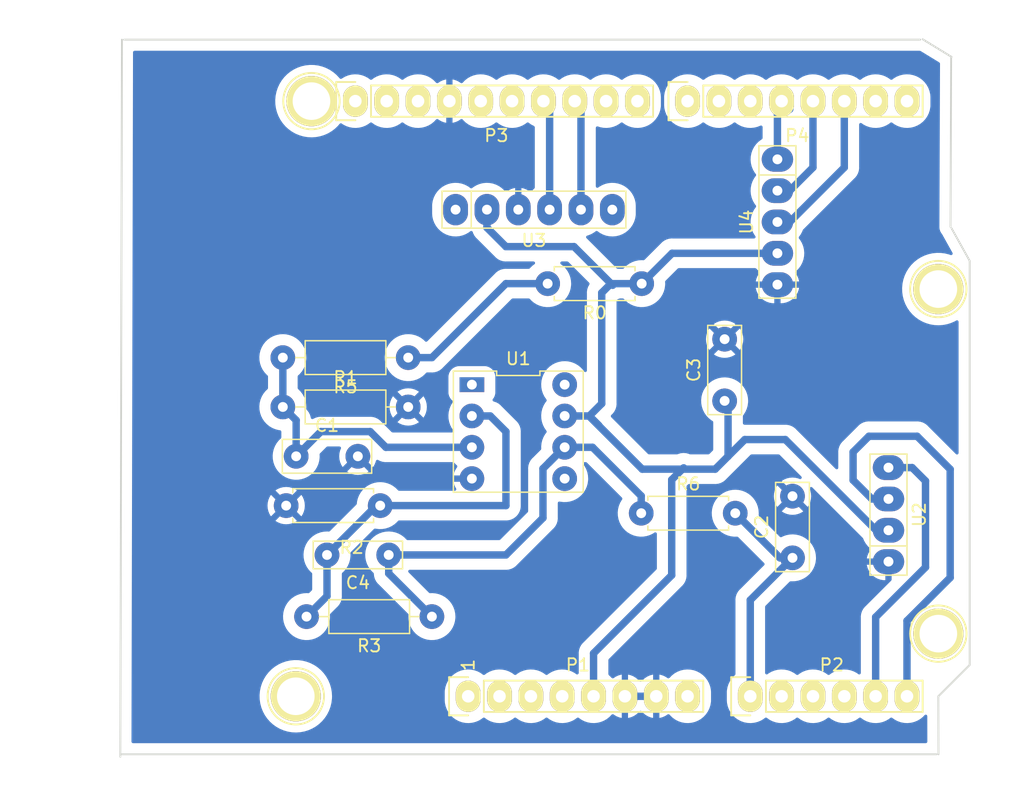
<source format=kicad_pcb>
(kicad_pcb (version 20211014) (generator pcbnew)
  (title_block (date "lun. 30 mars 2015"))
  (layers (0 "F.Cu" signal) (31 "B.Cu" signal) (34 "B.Paste" user) (35 "F.Paste" user) (36 "B.SilkS" user "B.Silkscreen") (37 "F.SilkS" user "F.Silkscreen") (38 "B.Mask" user) (39 "F.Mask" user) (44 "Edge.Cuts" user))
  (net 0 "")
  (net 1 "/IOREF")
  (net 2 "/Reset")
  (net 3 "+5V")
  (net 4 "GND")
  (net 5 "/Vin")
  (net 6 "IN+")
  (net 7 "/A1")
  (net 8 "/A2")
  (net 9 "/A3")
  (net 10 "/AREF")
  (net 11 "ADC")
  (net 12 "Net-(C4-Pad1)")
  (net 13 "/9(**)")
  (net 14 "/8")
  (net 15 "/7")
  (net 16 "/6(**)")
  (net 17 "/5(**)")
  (net 18 "IN-")
  (net 21 "/1(Tx)")
  (net 22 "/0(Rx)")
  (net 23 "SDA")
  (net 24 "SCL")
  (net 25 "/13(SCK)")
  (net 26 "CLK")
  (net 27 "DATA")
  (net 28 "SWITCH")
  (net 29 "/12(MISO)")
  (net 34 "Net-(R0-Pad2)")
  (net 39 "RX")
  (net 40 "TX")
  (footprint "Socket_Arduino_Uno:Socket_Strip_Arduino_1x08" (layer "F.Cu") (at 138.938 123.825)
    (fp_text reference "P1" (at 8.89 -2.54) (layer "F.SilkS"))
    (fp_text value "Power")
    (fp_line (start 19.05 1.27) (end 19.05 -1.27) (layer "F.SilkS") (width 0.15))
    (fp_line (start 1.27 1.27) (end 19.05 1.27) (layer "F.SilkS") (width 0.15))
    (fp_line (start 19.05 -1.27) (end 1.27 -1.27) (layer "F.SilkS") (width 0.15))
    (fp_line (start 0 -1.55) (end -1.55 -1.55) (layer "F.SilkS") (width 0.15))
    (fp_line (start -1.55 -1.55) (end -1.55 1.55) (layer "F.SilkS") (width 0.15))
    (fp_line (start -1.55 1.55) (end 0 1.55) (layer "F.SilkS") (width 0.15))
    (fp_line (start 1.27 1.27) (end 1.27 -1.27) (layer "F.SilkS") (width 0.15))
    (pad "1" thru_hole oval locked (at 0 0) (size 2 2.54) (drill 1.016) (layers *.Cu *.Mask "F.SilkS"))
    (pad "2" thru_hole oval locked (at 2.54 0) (size 2 2.54) (drill 1.016) (layers *.Cu *.Mask "F.SilkS") (net 1 "/IOREF"))
    (pad "3" thru_hole oval locked (at 5.08 0) (size 2 2.54) (drill 1.016) (layers *.Cu *.Mask "F.SilkS") (net 2 "/Reset"))
    (pad "4" thru_hole oval locked (at 7.62 0) (size 2 2.54) (drill 1.016) (layers *.Cu *.Mask "F.SilkS"))
    (pad "5" thru_hole oval locked (at 10.16 0) (size 2 2.54) (drill 1.016) (layers *.Cu *.Mask "F.SilkS") (net 3 "+5V"))
    (pad "6" thru_hole oval locked (at 12.7 0) (size 2 2.54) (drill 1.016) (layers *.Cu *.Mask "F.SilkS") (net 4 "GND"))
    (pad "7" thru_hole oval locked (at 15.24 0) (size 2 2.54) (drill 1.016) (layers *.Cu *.Mask "F.SilkS") (net 4 "GND"))
    (pad "8" thru_hole oval locked (at 17.78 0) (size 2 2.54) (drill 1.016) (layers *.Cu *.Mask "F.SilkS") (net 5 "/Vin"))
  )
  (footprint "Socket_Arduino_Uno:Socket_Strip_Arduino_1x06" (layer "F.Cu") (at 161.798 123.825)
    (fp_text reference "P2" (at 6.604 -2.54) (layer "F.SilkS"))
    (fp_text value "Analog")
    (fp_line (start 1.27 1.27) (end 1.27 -1.27) (layer "F.SilkS") (width 0.15))
    (fp_line (start 0 -1.55) (end -1.55 -1.55) (layer "F.SilkS") (width 0.15))
    (fp_line (start 13.97 -1.27) (end 1.27 -1.27) (layer "F.SilkS") (width 0.15))
    (fp_line (start 1.27 1.27) (end 13.97 1.27) (layer "F.SilkS") (width 0.15))
    (fp_line (start 13.97 1.27) (end 13.97 -1.27) (layer "F.SilkS") (width 0.15))
    (fp_line (start -1.55 -1.55) (end -1.55 1.55) (layer "F.SilkS") (width 0.15))
    (fp_line (start -1.55 1.55) (end 0 1.55) (layer "F.SilkS") (width 0.15))
    (pad "1" thru_hole oval locked (at 0 0) (size 2 2.54) (drill 1.016) (layers *.Cu *.Mask "F.SilkS") (net 11 "ADC"))
    (pad "2" thru_hole oval locked (at 2.54 0) (size 2 2.54) (drill 1.016) (layers *.Cu *.Mask "F.SilkS") (net 7 "/A1"))
    (pad "3" thru_hole oval locked (at 5.08 0) (size 2 2.54) (drill 1.016) (layers *.Cu *.Mask "F.SilkS") (net 8 "/A2"))
    (pad "4" thru_hole oval locked (at 7.62 0) (size 2 2.54) (drill 1.016) (layers *.Cu *.Mask "F.SilkS") (net 9 "/A3"))
    (pad "5" thru_hole oval locked (at 10.16 0) (size 2 2.54) (drill 1.016) (layers *.Cu *.Mask "F.SilkS") (net 23 "SDA"))
    (pad "6" thru_hole oval locked (at 12.7 0) (size 2 2.54) (drill 1.016) (layers *.Cu *.Mask "F.SilkS") (net 24 "SCL"))
  )
  (footprint "Socket_Arduino_Uno:Socket_Strip_Arduino_1x10" (layer "F.Cu") (at 129.794 75.565)
    (fp_text reference "P3" (at 11.43 2.794) (layer "F.SilkS"))
    (fp_text value "Digital")
    (fp_line (start -1.55 -1.55) (end -1.55 1.55) (layer "F.SilkS") (width 0.15))
    (fp_line (start 1.27 1.27) (end 24.13 1.27) (layer "F.SilkS") (width 0.15))
    (fp_line (start 24.13 1.27) (end 24.13 -1.27) (layer "F.SilkS") (width 0.15))
    (fp_line (start 24.13 -1.27) (end 1.27 -1.27) (layer "F.SilkS") (width 0.15))
    (fp_line (start 0 -1.55) (end -1.55 -1.55) (layer "F.SilkS") (width 0.15))
    (fp_line (start -1.55 1.55) (end 0 1.55) (layer "F.SilkS") (width 0.15))
    (fp_line (start 1.27 1.27) (end 1.27 -1.27) (layer "F.SilkS") (width 0.15))
    (pad "1" thru_hole oval locked (at 0 0) (size 2 2.54) (drill 1.016) (layers *.Cu *.Mask "F.SilkS"))
    (pad "2" thru_hole oval locked (at 2.54 0) (size 2 2.54) (drill 1.016) (layers *.Cu *.Mask "F.SilkS"))
    (pad "3" thru_hole oval locked (at 5.08 0) (size 2 2.54) (drill 1.016) (layers *.Cu *.Mask "F.SilkS") (net 10 "/AREF"))
    (pad "4" thru_hole oval locked (at 7.62 0) (size 2 2.54) (drill 1.016) (layers *.Cu *.Mask "F.SilkS") (net 4 "GND"))
    (pad "5" thru_hole oval locked (at 10.16 0) (size 2 2.54) (drill 1.016) (layers *.Cu *.Mask "F.SilkS") (net 25 "/13(SCK)"))
    (pad "6" thru_hole oval locked (at 12.7 0) (size 2 2.54) (drill 1.016) (layers *.Cu *.Mask "F.SilkS") (net 29 "/12(MISO)"))
    (pad "7" thru_hole oval locked (at 15.24 0) (size 2 2.54) (drill 1.016) (layers *.Cu *.Mask "F.SilkS") (net 39 "RX"))
    (pad "8" thru_hole oval locked (at 17.78 0) (size 2 2.54) (drill 1.016) (layers *.Cu *.Mask "B.Paste" "F.SilkS") (net 40 "TX"))
    (pad "9" thru_hole oval locked (at 20.32 0) (size 2 2.54) (drill 1.016) (layers *.Cu *.Mask "F.SilkS") (net 13 "/9(**)"))
    (pad "10" thru_hole oval locked (at 22.86 0) (size 2 2.54) (drill 1.016) (layers *.Cu *.Mask "F.SilkS") (net 14 "/8"))
  )
  (footprint "Socket_Arduino_Uno:Socket_Strip_Arduino_1x08" (layer "F.Cu") (at 156.718 75.565)
    (fp_text reference "P4" (at 8.89 2.794) (layer "F.SilkS"))
    (fp_text value "Digital")
    (fp_line (start 19.05 -1.27) (end 1.27 -1.27) (layer "F.SilkS") (width 0.15))
    (fp_line (start -1.55 1.55) (end 0 1.55) (layer "F.SilkS") (width 0.15))
    (fp_line (start 1.27 1.27) (end 19.05 1.27) (layer "F.SilkS") (width 0.15))
    (fp_line (start 1.27 1.27) (end 1.27 -1.27) (layer "F.SilkS") (width 0.15))
    (fp_line (start 0 -1.55) (end -1.55 -1.55) (layer "F.SilkS") (width 0.15))
    (fp_line (start 19.05 1.27) (end 19.05 -1.27) (layer "F.SilkS") (width 0.15))
    (fp_line (start -1.55 -1.55) (end -1.55 1.55) (layer "F.SilkS") (width 0.15))
    (pad "1" thru_hole oval locked (at 0 0) (size 2 2.54) (drill 1.016) (layers *.Cu *.Mask "F.SilkS") (net 15 "/7"))
    (pad "2" thru_hole oval locked (at 2.54 0) (size 2 2.54) (drill 1.016) (layers *.Cu *.Mask "F.SilkS") (net 16 "/6(**)"))
    (pad "3" thru_hole oval locked (at 5.08 0) (size 2 2.54) (drill 1.016) (layers *.Cu *.Mask "F.SilkS") (net 17 "/5(**)"))
    (pad "4" thru_hole oval locked (at 7.62 0) (size 2 2.54) (drill 1.016) (layers *.Cu *.Mask "F.SilkS") (net 26 "CLK"))
    (pad "5" thru_hole oval locked (at 10.16 0) (size 2 2.54) (drill 1.016) (layers *.Cu *.Mask "F.SilkS") (net 27 "DATA"))
    (pad "6" thru_hole oval locked (at 12.7 0) (size 2 2.54) (drill 1.016) (layers *.Cu *.Mask "F.SilkS") (net 28 "SWITCH"))
    (pad "7" thru_hole oval locked (at 15.24 0) (size 2 2.54) (drill 1.016) (layers *.Cu *.Mask "F.SilkS") (net 21 "/1(Tx)"))
    (pad "8" thru_hole oval locked (at 17.78 0) (size 2 2.54) (drill 1.016) (layers *.Cu *.Mask "F.SilkS") (net 22 "/0(Rx)"))
  )
  (footprint "Socket_Arduino_Uno:Arduino_1pin" (layer "F.Cu") (at 124.968 123.825)
    (fp_text reference "P5" hide)
    (fp_text value "CONN_01X01" hide)
    (fp_circle (center 0 0) (end 0 -2.286) (layer "F.SilkS") (width 0.15) (fill none))
    (pad "1" thru_hole circle locked (at 0 0) (size 4.064 4.064) (drill 3.048) (layers *.Cu *.Mask "F.SilkS"))
  )
  (footprint "Socket_Arduino_Uno:Arduino_1pin" (layer "F.Cu") (at 177.038 118.745)
    (fp_text reference "P6" hide)
    (fp_text value "CONN_01X01" hide)
    (fp_circle (center 0 0) (end 0 -2.286) (layer "F.SilkS") (width 0.15) (fill none))
    (pad "1" thru_hole circle locked (at 0 0) (size 4.064 4.064) (drill 3.048) (layers *.Cu *.Mask "F.SilkS"))
  )
  (footprint "Socket_Arduino_Uno:Arduino_1pin" (layer "F.Cu") (at 126.238 75.565)
    (fp_text reference "P7" hide)
    (fp_text value "CONN_01X01" hide)
    (fp_circle (center 0 0) (end 0 -2.286) (layer "F.SilkS") (width 0.15) (fill none))
    (pad "1" thru_hole circle locked (at 0 0) (size 4.064 4.064) (drill 3.048) (layers *.Cu *.Mask "F.SilkS"))
  )
  (footprint "Socket_Arduino_Uno:Arduino_1pin" (layer "F.Cu") (at 177.038 90.805)
    (fp_text reference "P8" hide)
    (fp_text value "CONN_01X01" hide)
    (fp_circle (center 0 0) (end 0 -2.286) (layer "F.SilkS") (width 0.15) (fill none))
    (pad "1" thru_hole circle locked (at 0 0) (size 4.064 4.064) (drill 3.048) (layers *.Cu *.Mask "F.SilkS"))
  )
  (footprint "Resistor_THT:R_Axial_DIN0207_L6.3mm_D2.5mm_P7.62mm_Horizontal" (layer "F.Cu") (at 152.96 108.98)
    (fp_text reference "R6" (at 3.81 -2.37) (layer "F.SilkS"))
    (fp_text value "1k")
    (fp_line (start 0.54 -1.04) (end 0.54 -1.37) (layer "F.SilkS") (width 0.12))
    (fp_line (start 0.54 -1.37) (end 7.08 -1.37) (layer "F.SilkS") (width 0.12))
    (fp_line (start 0.54 1.04) (end 0.54 1.37) (layer "F.SilkS") (width 0.12))
    (fp_line (start 0.54 1.37) (end 7.08 1.37) (layer "F.SilkS") (width 0.12))
    (fp_line (start 7.08 1.37) (end 7.08 1.04) (layer "F.SilkS") (width 0.12))
    (fp_line (start 7.08 -1.37) (end 7.08 -1.04) (layer "F.SilkS") (width 0.12))
    (pad "1" thru_hole circle (at 0 0) (size 2 2) (drill 0.8) (layers *.Cu *.Mask) (net 12 "Net-(C4-Pad1)"))
    (pad "2" thru_hole circle (at 7.62 0) (size 2 2) (drill 0.8) (layers *.Cu *.Mask) (net 11 "ADC"))
  )
  (footprint "Capacitor_THT:C_Disc_D7.0mm_W2.5mm_P5.00mm" (layer "F.Cu") (at 165.22 112.6 90)
    (fp_text reference "C2" (at 2.5 -2.5 90) (layer "F.SilkS"))
    (fp_text value "100n")
    (fp_line (start -1.12 1.37) (end 6.12 1.37) (layer "F.SilkS") (width 0.12))
    (fp_line (start 6.12 -1.37) (end 6.12 1.37) (layer "F.SilkS") (width 0.12))
    (fp_line (start -1.12 -1.37) (end -1.12 1.37) (layer "F.SilkS") (width 0.12))
    (fp_line (start -1.12 -1.37) (end 6.12 -1.37) (layer "F.SilkS") (width 0.12))
    (pad "1" thru_hole circle (at 0 0 90) (size 2 2) (drill 0.8) (layers *.Cu *.Mask) (net 11 "ADC"))
    (pad "2" thru_hole circle (at 5 0 90) (size 2 2) (drill 0.8) (layers *.Cu *.Mask) (net 4 "GND"))
  )
  (footprint "EMPREUNTE:DIP-8_296_ELL" (layer "F.Cu") (at 142.998 102.365 -90)
    (fp_text reference "U1" (at -5.91 0) (layer "F.SilkS"))
    (fp_text value "LTC1050")
    (fp_line (start -4.91 -5.26) (end -4.91 -1.753333) (layer "F.SilkS") (width 0.12))
    (fp_line (start -4.91 -1.753333) (end -4.55 -1.753333) (layer "F.SilkS") (width 0.12))
    (fp_line (start -4.55 1.753333) (end -4.91 1.753333) (layer "F.SilkS") (width 0.12))
    (fp_line (start -4.91 1.753333) (end -4.91 5.26) (layer "F.SilkS") (width 0.12))
    (fp_line (start -4.91 5.26) (end 4.91 5.26) (layer "F.SilkS") (width 0.12))
    (fp_line (start 4.91 -5.26) (end -4.91 -5.26) (layer "F.SilkS") (width 0.12))
    (fp_line (start 4.91 5.26) (end 4.91 -5.26) (layer "F.SilkS") (width 0.12))
    (fp_line (start -4.55 -1.753333) (end -4.55 1.753333) (layer "F.SilkS") (width 0.12))
    (pad "1" thru_hole rect (at -3.81 3.76 270) (size 1.2 2) (drill 0.8) (layers *.Cu *.Mask))
    (pad "2" thru_hole oval (at -1.27 3.76 270) (size 2 2) (drill 0.8) (layers *.Cu *.Mask) (net 18 "IN-"))
    (pad "3" thru_hole oval (at 1.27 3.76 270) (size 2 2) (drill 0.8) (layers *.Cu *.Mask) (net 6 "IN+"))
    (pad "4" thru_hole oval (at 3.81 3.76 270) (size 2 2) (drill 0.8) (layers *.Cu *.Mask) (net 4 "GND"))
    (pad "5" thru_hole oval (at 3.81 -3.76 270) (size 2 2) (drill 0.8) (layers *.Cu *.Mask))
    (pad "6" thru_hole oval (at 1.27 -3.76 270) (size 2 2) (drill 0.8) (layers *.Cu *.Mask) (net 12 "Net-(C4-Pad1)"))
    (pad "7" thru_hole oval (at -1.27 -3.76 270) (size 2 2) (drill 0.8) (layers *.Cu *.Mask) (net 3 "+5V"))
    (pad "8" thru_hole oval (at -3.81 -3.76 270) (size 2 2) (drill 0.8) (layers *.Cu *.Mask))
  )
  (footprint "Resistor_THT:R_Axial_DIN0207_L6.3mm_D2.5mm_P7.62mm_Horizontal" (layer "F.Cu") (at 131.808 108.365 180)
    (fp_text reference "R2" (at 2.31 -3.39) (layer "F.SilkS"))
    (fp_text value "1k")
    (fp_line (start 7.08 1.37) (end 7.08 1.04) (layer "F.SilkS") (width 0.12))
    (fp_line (start 0.54 -1.04) (end 0.54 -1.37) (layer "F.SilkS") (width 0.12))
    (fp_line (start 0.54 -1.37) (end 7.08 -1.37) (layer "F.SilkS") (width 0.12))
    (fp_line (start 0.54 1.04) (end 0.54 1.37) (layer "F.SilkS") (width 0.12))
    (fp_line (start 7.08 -1.37) (end 7.08 -1.04) (layer "F.SilkS") (width 0.12))
    (fp_line (start 0.54 1.37) (end 7.08 1.37) (layer "F.SilkS") (width 0.12))
    (pad "1" thru_hole circle (at 0 0 180) (size 2 2) (drill 0.8) (layers *.Cu *.Mask) (net 18 "IN-"))
    (pad "2" thru_hole circle (at 7.62 0 180) (size 2 2) (drill 0.8) (layers *.Cu *.Mask) (net 4 "GND"))
  )
  (footprint "Resistor_THT:R_Axial_DIN0207_L6.3mm_D2.5mm_P10.16mm_Horizontal" (layer "F.Cu") (at 123.918 100.365)
    (fp_text reference "R1" (at 5.08 -2.37) (layer "F.SilkS"))
    (fp_text value "100k")
    (fp_line (start 1.81 -1.37) (end 1.81 1.37) (layer "F.SilkS") (width 0.12))
    (fp_line (start 8.35 -1.37) (end 1.81 -1.37) (layer "F.SilkS") (width 0.12))
    (fp_line (start 1.04 0) (end 1.81 0) (layer "F.SilkS") (width 0.12))
    (fp_line (start 1.81 1.37) (end 8.35 1.37) (layer "F.SilkS") (width 0.12))
    (fp_line (start 8.35 1.37) (end 8.35 -1.37) (layer "F.SilkS") (width 0.12))
    (fp_line (start 9.12 0) (end 8.35 0) (layer "F.SilkS") (width 0.12))
    (pad "1" thru_hole circle (at 0 0) (size 2 2) (drill 0.8) (layers *.Cu *.Mask) (net 6 "IN+"))
    (pad "2" thru_hole circle (at 10.16 0) (size 2 2) (drill 0.8) (layers *.Cu *.Mask) (net 4 "GND"))
  )
  (footprint "Resistor_THT:R_Axial_DIN0207_L6.3mm_D2.5mm_P10.16mm_Horizontal" (layer "F.Cu") (at 135.998 117.365 180)
    (fp_text reference "R3" (at 5.08 -2.37) (layer "F.SilkS"))
    (fp_text value "100k")
    (fp_line (start 1.81 -1.37) (end 1.81 1.37) (layer "F.SilkS") (width 0.12))
    (fp_line (start 1.04 0) (end 1.81 0) (layer "F.SilkS") (width 0.12))
    (fp_line (start 8.35 -1.37) (end 1.81 -1.37) (layer "F.SilkS") (width 0.12))
    (fp_line (start 9.12 0) (end 8.35 0) (layer "F.SilkS") (width 0.12))
    (fp_line (start 1.81 1.37) (end 8.35 1.37) (layer "F.SilkS") (width 0.12))
    (fp_line (start 8.35 1.37) (end 8.35 -1.37) (layer "F.SilkS") (width 0.12))
    (pad "1" thru_hole circle (at 0 0 180) (size 2 2) (drill 0.8) (layers *.Cu *.Mask) (net 12 "Net-(C4-Pad1)"))
    (pad "2" thru_hole circle (at 10.16 0 180) (size 2 2) (drill 0.8) (layers *.Cu *.Mask) (net 18 "IN-"))
  )
  (footprint "Capacitor_THT:C_Disc_D7.0mm_W2.5mm_P5.00mm" (layer "F.Cu") (at 159.72 99.87 90)
    (fp_text reference "C3" (at 2.5 -2.5 90) (layer "F.SilkS"))
    (fp_text value "100n")
    (fp_line (start -1.12 -1.37) (end -1.12 1.37) (layer "F.SilkS") (width 0.12))
    (fp_line (start 6.12 -1.37) (end 6.12 1.37) (layer "F.SilkS") (width 0.12))
    (fp_line (start -1.12 -1.37) (end 6.12 -1.37) (layer "F.SilkS") (width 0.12))
    (fp_line (start -1.12 1.37) (end 6.12 1.37) (layer "F.SilkS") (width 0.12))
    (pad "1" thru_hole circle (at 0 0 90) (size 2 2) (drill 0.8) (layers *.Cu "F.Mask") (net 3 "+5V"))
    (pad "2" thru_hole circle (at 5 0 90) (size 2 2) (drill 0.8) (layers *.Cu *.Mask) (net 4 "GND"))
  )
  (footprint "Resistor_THT:R_Axial_DIN0207_L6.3mm_D2.5mm_P7.62mm_Horizontal" (layer "F.Cu") (at 152.998 90.365 180)
    (fp_text reference "R0" (at 3.81 -2.37) (layer "F.SilkS"))
    (fp_text value "Rsensor")
    (fp_line (start 0.54 -1.37) (end 7.08 -1.37) (layer "F.SilkS") (width 0.12))
    (fp_line (start 7.08 1.37) (end 7.08 1.04) (layer "F.SilkS") (width 0.12))
    (fp_line (start 0.54 1.37) (end 7.08 1.37) (layer "F.SilkS") (width 0.12))
    (fp_line (start 0.54 1.04) (end 0.54 1.37) (layer "F.SilkS") (width 0.12))
    (fp_line (start 7.08 -1.37) (end 7.08 -1.04) (layer "F.SilkS") (width 0.12))
    (fp_line (start 0.54 -1.04) (end 0.54 -1.37) (layer "F.SilkS") (width 0.12))
    (pad "1" thru_hole circle (at 0 0 180) (size 2 2) (drill 0.8) (layers *.Cu *.Mask) (net 3 "+5V"))
    (pad "2" thru_hole circle (at 7.62 0 180) (size 2 2) (drill 0.8) (layers *.Cu *.Mask) (net 34 "Net-(R0-Pad2)"))
  )
  (footprint "Capacitor_THT:C_Disc_D7.0mm_W2.5mm_P5.00mm" (layer "F.Cu") (at 124.998 104.365)
    (fp_text reference "C1" (at 2.5 -2.5) (layer "F.SilkS"))
    (fp_text value "100n")
    (fp_line (start 6.12 -1.37) (end 6.12 1.37) (layer "F.SilkS") (width 0.12))
    (fp_line (start -1.12 1.37) (end 6.12 1.37) (layer "F.SilkS") (width 0.12))
    (fp_line (start -1.12 -1.37) (end 6.12 -1.37) (layer "F.SilkS") (width 0.12))
    (fp_line (start -1.12 -1.37) (end -1.12 1.37) (layer "F.SilkS") (width 0.12))
    (pad "1" thru_hole circle (at 0 0) (size 2 2) (drill 0.8) (layers *.Cu *.Mask) (net 6 "IN+"))
    (pad "2" thru_hole circle (at 5 0) (size 2 2) (drill 0.8) (layers *.Cu *.Mask) (net 4 "GND"))
  )
  (footprint "EMPREUNTE:SIP-6" (layer "F.Cu") (at 144.268 84.365)
    (fp_text reference "U3" (at 0 2.5) (layer "F.SilkS"))
    (fp_text value "Bluetooth_HC-05")
    (fp_line (start 7.45 -1.5) (end 7.45 1.5) (layer "F.SilkS") (width 0.12))
    (fp_line (start -7.45 1.5) (end -7.45 -1.5) (layer "F.SilkS") (width 0.12))
    (fp_line (start 7.45 1.5) (end -7.45 1.5) (layer "F.SilkS") (width 0.12))
    (fp_line (start -7.45 -1.5) (end 7.45 -1.5) (layer "F.SilkS") (width 0.12))
    (fp_line (start -5.08 -1.5) (end -5.08 1.5) (layer "F.SilkS") (width 0.12))
    (pad "1" thru_hole oval (at -6.35 0) (size 2 2.54) (drill 0.8) (layers *.Cu *.Mask))
    (pad "2" thru_hole oval (at -3.81 0) (size 2 2.54) (drill 0.8) (layers *.Cu *.Mask) (net 3 "+5V"))
    (pad "3" thru_hole oval (at -1.27 0) (size 2 2.54) (drill 0.8) (layers *.Cu *.Mask) (net 4 "GND"))
    (pad "4" thru_hole oval (at 1.27 0) (size 2 2.54) (drill 0.8) (layers *.Cu *.Mask) (net 39 "RX"))
    (pad "5" thru_hole oval (at 3.81 0) (size 2 2.54) (drill 0.8) (layers *.Cu *.Mask) (net 40 "TX"))
    (pad "6" thru_hole oval (at 6.35 0) (size 2 2.54) (drill 0.8) (layers *.Cu *.Mask))
  )
  (footprint "Resistor_THT:R_Axial_DIN0207_L6.3mm_D2.5mm_P10.16mm_Horizontal" (layer "F.Cu") (at 134.078 96.365 180)
    (fp_text reference "R5" (at 5.08 -2.37) (layer "F.SilkS"))
    (fp_text value "10k")
    (fp_line (start 1.81 -1.37) (end 1.81 1.37) (layer "F.SilkS") (width 0.12))
    (fp_line (start 8.35 1.37) (end 8.35 -1.37) (layer "F.SilkS") (width 0.12))
    (fp_line (start 1.81 1.37) (end 8.35 1.37) (layer "F.SilkS") (width 0.12))
    (fp_line (start 1.04 0) (end 1.81 0) (layer "F.SilkS") (width 0.12))
    (fp_line (start 8.35 -1.37) (end 1.81 -1.37) (layer "F.SilkS") (width 0.12))
    (fp_line (start 9.12 0) (end 8.35 0) (layer "F.SilkS") (width 0.12))
    (pad "1" thru_hole circle (at 0 0 180) (size 2 2) (drill 0.8) (layers *.Cu *.Mask) (net 34 "Net-(R0-Pad2)"))
    (pad "2" thru_hole circle (at 10.16 0 180) (size 2 2) (drill 0.8) (layers *.Cu *.Mask) (net 6 "IN+"))
  )
  (footprint "EMPREUNTE:SIP-5" (layer "F.Cu") (at 163.998 85.365 -90)
    (fp_text reference "U4" (at 0 2.5 90) (layer "F.SilkS"))
    (fp_text value "KY-040")
    (fp_line (start -6.18 1.5) (end -6.18 -1.5) (layer "F.SilkS") (width 0.12))
    (fp_line (start 6.18 1.5) (end -6.18 1.5) (layer "F.SilkS") (width 0.12))
    (fp_line (start 6.18 -1.5) (end 6.18 1.5) (layer "F.SilkS") (width 0.12))
    (fp_line (start -3.81 -1.5) (end -3.81 1.5) (layer "F.SilkS") (width 0.12))
    (fp_line (start -6.18 -1.5) (end 6.18 -1.5) (layer "F.SilkS") (width 0.12))
    (pad "1" thru_hole oval (at -5.08 0 270) (size 2 2.54) (drill 0.8) (layers *.Cu *.Mask) (net 26 "CLK"))
    (pad "2" thru_hole oval (at -2.54 0 270) (size 2 2.54) (drill 0.8) (layers *.Cu *.Mask) (net 27 "DATA"))
    (pad "3" thru_hole oval (at 0 0 270) (size 2 2.54) (drill 0.8) (layers *.Cu *.Mask) (net 28 "SWITCH"))
    (pad "4" thru_hole oval (at 2.54 0 270) (size 2 2.54) (drill 0.8) (layers *.Cu *.Mask) (net 3 "+5V"))
    (pad "5" thru_hole oval (at 5.08 0 270) (size 2 2.54) (drill 0.8) (layers *.Cu *.Mask) (net 4 "GND"))
  )
  (footprint "EMPREUNTE:SIP-4" (layer "F.Cu") (at 172.998 109.095 90)
    (fp_text reference "U2" (at 0 2.5 90) (layer "F.SilkS"))
    (fp_text value "OLED_0.91")
    (fp_line (start -4.91 -1.5) (end 4.91 -1.5) (layer "F.SilkS") (width 0.12))
    (fp_line (start 4.91 1.5) (end -4.91 1.5) (layer "F.SilkS") (width 0.12))
    (fp_line (start -4.91 1.5) (end -4.91 -1.5) (layer "F.SilkS") (width 0.12))
    (fp_line (start -2.54 -1.5) (end -2.54 1.5) (layer "F.SilkS") (width 0.12))
    (fp_line (start 4.91 -1.5) (end 4.91 1.5) (layer "F.SilkS") (width 0.12))
    (pad "1" thru_hole oval (at -3.81 0 90) (size 2 2.54) (drill 0.8) (layers *.Cu *.Mask) (net 4 "GND"))
    (pad "2" thru_hole oval (at -1.27 0 90) (size 2 2.54) (drill 0.8) (layers *.Cu *.Mask) (net 3 "+5V"))
    (pad "3" thru_hole oval (at 1.27 0 90) (size 2 2.54) (drill 0.8) (layers *.Cu *.Mask) (net 24 "SCL"))
    (pad "4" thru_hole oval (at 3.81 0 90) (size 2 2.54) (drill 0.8) (layers *.Cu *.Mask) (net 23 "SDA"))
  )
  (footprint "Capacitor_THT:C_Rect_L7.0mm_W2.0mm_P5.00mm" (layer "F.Cu") (at 132.498 112.365 180)
    (fp_text reference "C4" (at 2.5 -2.25) (layer "F.SilkS"))
    (fp_text value "1u")
    (fp_line (start -1.12 -1.12) (end 6.12 -1.12) (layer "F.SilkS") (width 0.12))
    (fp_line (start -1.12 -1.12) (end -1.12 1.12) (layer "F.SilkS") (width 0.12))
    (fp_line (start 6.12 -1.12) (end 6.12 1.12) (layer "F.SilkS") (width 0.12))
    (fp_line (start -1.12 1.12) (end 6.12 1.12) (layer "F.SilkS") (width 0.12))
    (pad "1" thru_hole circle (at 0 0 180) (size 2 2) (drill 0.8) (layers *.Cu *.Mask) (net 12 "Net-(C4-Pad1)"))
    (pad "2" thru_hole circle (at 5 0 180) (size 2 2) (drill 0.8) (layers *.Cu *.Mask) (net 18 "IN-"))
  )
  (gr_line (start 179.578 88.519) (end 178.11 85.88) (layer "Edge.Cuts") (width 0.15))
  (gr_line (start 177.05 128.53) (end 177.038 123.825) (layer "Edge.Cuts") (width 0.15))
  (gr_line (start 178.11 71.98) (end 175.768 70.548) (layer "Edge.Cuts") (width 0.15))
  (gr_line (start 177.038 123.825) (end 179.578 121.285) (layer "Edge.Cuts") (width 0.15))
  (gr_line (start 110.88 70.58) (end 110.75 128.73) (layer "Edge.Cuts") (width 0.15))
  (gr_line (start 179.578 121.285) (end 179.578 88.519) (layer "Edge.Cuts") (width 0.15))
  (gr_line (start 110.85 128.53) (end 176.89 128.53) (layer "Edge.Cuts") (width 0.15))
  (gr_line (start 175.568 70.58) (end 111.052 70.58) (layer "Edge.Cuts") (width 0.15))
  (gr_line (start 178.024 85.7595) (end 178.076 72.0405) (layer "Edge.Cuts") (width 0.15))
  (gr_text "1" (at 138.938 121.285 90) (layer "F.SilkS") (effects (font (size 1 1))))
  (segment (start 149.098 120.342) (end 149.098 123.825) (width 0.6) (layer "B.Cu") (net 3))
  (segment (start 141.998 87.365) (end 140.458 85.825) (width 0.6) (layer "B.Cu") (net 3))
  (segment (start 159.998 104.365) (end 158.953 105.41) (width 0.6) (layer "B.Cu") (net 3))
  (segment (start 155.43 106.27) (end 155.43 114.01) (width 0.6) (layer "B.Cu") (net 3))
  (segment (start 153.043 105.41) (end 148.758 101.125) (width 0.6) (layer "B.Cu") (net 3))
  (segment (start 155.458 87.905) (end 152.998 90.365) (width 0.6) (layer "B.Cu") (net 3))
  (segment (start 150.505 90.365) (end 149.76 91.11) (width 0.6) (layer "B.Cu") (net 3))
  (segment (start 152.998 90.365) (end 150.505 90.365) (width 0.6) (layer "B.Cu") (net 3))
  (segment (start 158.953 105.41) (end 153.043 105.41) (width 0.6) (layer "B.Cu") (net 3))
  (segment (start 161.353 103.01) (end 164.64 103.01) (width 0.6) (layer "B.Cu") (net 3))
  (segment (start 156.4 105.3) (end 155.43 106.27) (width 0.6) (layer "B.Cu") (net 3))
  (segment (start 155.43 114.01) (end 149.098 120.342) (width 0.6) (layer "B.Cu") (net 3))
  (segment (start 159.998 100.148) (end 159.72 99.87) (width 0.6) (layer "B.Cu") (net 3))
  (segment (start 149.76 100.093) (end 148.758 101.095) (width 0.6) (layer "B.Cu") (net 3))
  (segment (start 155.458 87.905) (end 163.998 87.905) (width 0.6) (layer "B.Cu") (net 3))
  (segment (start 164.64 103.01) (end 171.995 110.365) (width 0.6) (layer "B.Cu") (net 3))
  (segment (start 171.995 110.365) (end 172.998 110.365) (width 0.6) (layer "B.Cu") (net 3))
  (segment (start 149.528 101.865) (end 148.758 101.095) (width 0.6) (layer "B.Cu") (net 3))
  (segment (start 146.758 101.095) (end 148.758 101.095) (width 0.6) (layer "B.Cu") (net 3))
  (segment (start 140.458 85.825) (end 140.458 84.365) (width 0.6) (layer "B.Cu") (net 3))
  (segment (start 148.758 101.125) (end 148.758 101.095) (width 0.6) (layer "B.Cu") (net 3))
  (segment (start 147.515 87.365) (end 141.998 87.365) (width 0.6) (layer "B.Cu") (net 3))
  (segment (start 159.998 104.365) (end 159.998 100.148) (width 0.6) (layer "B.Cu") (net 3))
  (segment (start 150.65 90.5) (end 147.515 87.365) (width 0.6) (layer "B.Cu") (net 3))
  (segment (start 149.76 91.11) (end 149.76 100.093) (width 0.6) (layer "B.Cu") (net 3))
  (segment (start 159.998 104.365) (end 161.353 103.01) (width 0.6) (layer "B.Cu") (net 3))
  (segment (start 151.638 123.825) (end 154.178 123.825) (width 0.6) (layer "B.Cu") (net 4))
  (segment (start 137.414 75.949) (end 137.414 75.565) (width 0.6) (layer "B.Cu") (net 4))
  (segment (start 124.998 101.445) (end 123.918 100.365) (width 0.6) (layer "B.Cu") (net 6))
  (segment (start 132.268 103.635) (end 130.998 102.365) (width 0.6) (layer "B.Cu") (net 6))
  (segment (start 123.918 100.365) (end 123.918 96.365) (width 0.6) (layer "B.Cu") (net 6))
  (segment (start 124.998 104.365) (end 124.998 101.445) (width 0.6) (layer "B.Cu") (net 6))
  (segment (start 130.998 102.365) (end 126.998 102.365) (width 0.6) (layer "B.Cu") (net 6))
  (segment (start 139.238 103.635) (end 132.268 103.635) (width 0.6) (layer "B.Cu") (net 6))
  (segment (start 126.998 102.365) (end 124.998 104.365) (width 0.6) (layer "B.Cu") (net 6))
  (segment (start 161.798 116.022) (end 165.22 112.6) (width 0.6) (layer "B.Cu") (net 11))
  (segment (start 164.2 112.6) (end 165.22 112.6) (width 0.6) (layer "B.Cu") (net 11))
  (segment (start 160.58 108.98) (end 164.2 112.6) (width 0.6) (layer "B.Cu") (net 11))
  (segment (start 161.798 123.825) (end 161.798 116.022) (width 0.6) (layer "B.Cu") (net 11))
  (segment (start 146.758 103.605) (end 146.998 103.365) (width 0.6) (layer "B.Cu") (net 12))
  (segment (start 146.758 103.635) (end 146.728 103.635) (width 0.6) (layer "B.Cu") (net 12))
  (segment (start 146.758 103.635) (end 149.015 103.635) (width 0.6) (layer "B.Cu") (net 12))
  (segment (start 147.268 103.635) (end 146.998 103.365) (width 0.6) (layer "B.Cu") (net 12))
  (segment (start 146.728 103.635) (end 145.498 104.865) (width 0.6) (layer "B.Cu") (net 12))
  (segment (start 141.998 112.365) (end 132.498 112.365) (width 0.6) (layer "B.Cu") (net 12))
  (segment (start 144.998 109.365) (end 141.998 112.365) (width 0.6) (layer "B.Cu") (net 12))
  (segment (start 132.498 113.865) (end 135.998 117.365) (width 0.6) (layer "B.Cu") (net 12))
  (segment (start 145.498 104.865) (end 144.998 105.365) (width 0.6) (layer "B.Cu") (net 12))
  (segment (start 146.758 103.635) (end 146.758 103.605) (width 0.6) (layer "B.Cu") (net 12))
  (segment (start 149.015 103.635) (end 152.96 107.58) (width 0.6) (layer "B.Cu") (net 12))
  (segment (start 146.998 103.365) (end 145.498 104.865) (width 0.6) (layer "B.Cu") (net 12))
  (segment (start 144.998 105.365) (end 144.998 109.365) (width 0.6) (layer "B.Cu") (net 12))
  (segment (start 132.498 112.365) (end 132.498 113.865) (width 0.6) (layer "B.Cu") (net 12))
  (segment (start 152.96 107.58) (end 152.96 108.98) (width 0.6) (layer "B.Cu") (net 12))
  (segment (start 139.238 101.095) (end 140.728 101.095) (width 0.6) (layer "B.Cu") (net 18))
  (segment (start 141.998 102.365) (end 141.998 108.365) (width 0.6) (layer "B.Cu") (net 18))
  (segment (start 141.998 108.365) (end 131.808 108.365) (width 0.6) (layer "B.Cu") (net 18))
  (segment (start 127.498 112.365) (end 127.498 115.705) (width 0.6) (layer "B.Cu") (net 18))
  (segment (start 131.808 108.365) (end 131.498 108.365) (width 0.6) (layer "B.Cu") (net 18))
  (segment (start 131.498 108.365) (end 127.498 112.365) (width 0.6) (layer "B.Cu") (net 18))
  (segment (start 140.728 101.095) (end 141.998 102.365) (width 0.6) (layer "B.Cu") (net 18))
  (segment (start 127.498 115.705) (end 125.838 117.365) (width 0.6) (layer "B.Cu") (net 18))
  (segment (start 174.918 105.285) (end 172.998 105.285) (width 0.6) (layer "B.Cu") (net 23))
  (segment (start 171.958 123.825) (end 171.958 117.405) (width 0.6) (layer "B.Cu") (net 23))
  (segment (start 171.958 117.405) (end 175.998 113.365) (width 0.6) (layer "B.Cu") (net 23))
  (segment (start 175.998 106.365) (end 174.918 105.285) (width 0.6) (layer "B.Cu") (net 23))
  (segment (start 175.998 113.365) (end 175.998 106.365) (width 0.6) (layer "B.Cu") (net 23))
  (segment (start 172.998 107.825) (end 171.655 107.825) (width 0.6) (layer "B.Cu") (net 24))
  (segment (start 174.498 117.704902) (end 174.498 123.825) (width 0.6) (layer "B.Cu") (net 24))
  (segment (start 177.998 114.204902) (end 174.498 117.704902) (width 0.6) (layer "B.Cu") (net 24))
  (segment (start 171.655 107.825) (end 170.13 106.3) (width 0.6) (layer "B.Cu") (net 24))
  (segment (start 175.32 102.74) (end 177.998 105.418) (width 0.6) (layer "B.Cu") (net 24))
  (segment (start 177.998 105.418) (end 177.998 114.204902) (width 0.6) (layer "B.Cu") (net 24))
  (segment (start 170.13 104.02) (end 171.41 102.74) (width 0.6) (layer "B.Cu") (net 24))
  (segment (start 171.41 102.74) (end 175.32 102.74) (width 0.6) (layer "B.Cu") (net 24))
  (segment (start 170.13 106.3) (end 170.13 104.02) (width 0.6) (layer "B.Cu") (net 24))
  (segment (start 163.998 75.905) (end 164.338 75.565) (width 0.6) (layer "B.Cu") (net 26))
  (segment (start 164.998 76.225) (end 164.338 75.565) (width 0.6) (layer "B.Cu") (net 26))
  (segment (start 163.998 80.285) (end 163.998 75.905) (width 0.6) (layer "B.Cu") (net 26))
  (segment (start 164.998 82.825) (end 166.878 80.945) (width 0.6) (layer "B.Cu") (net 27))
  (segment (start 166.878 80.945) (end 166.878 75.565) (width 0.6) (layer "B.Cu") (net 27))
  (segment (start 169.418 80.945) (end 169.418 75.565) (width 0.6) (layer "B.Cu") (net 28))
  (segment (start 164.998 85.365) (end 169.418 80.945) (width 0.6) (layer "B.Cu") (net 28))
  (segment (start 141.998 90.365) (end 145.378 90.365) (width 0.6) (layer "B.Cu") (net 34))
  (segment (start 135.998 96.365) (end 141.998 90.365) (width 0.6) (layer "B.Cu") (net 34))
  (segment (start 134.078 96.365) (end 135.998 96.365) (width 0.6) (layer "B.Cu") (net 34))
  (segment (start 145.538 84.365) (end 145.538 76.069) (width 0.6) (layer "B.Cu") (net 39))
  (segment (start 145.538 76.069) (end 145.034 75.565) (width 0.6) (layer "B.Cu") (net 39))
  (segment (start 148.078 84.365) (end 148.078 76.069) (width 0.6) (layer "B.Cu") (net 40))
  (segment (start 148.078 76.069) (end 147.574 75.565) (width 0.6) (layer "B.Cu") (net 40))
  (zone (net 4) (net_name "GND") (layer "B.Cu") (connect_pads (clearance 0.9)) (min_thickness 0.254) (fill yes (thermal_gap 0.508) (thermal_bridge_width 0.508))
    (polygon (pts (xy 183.998 131.365) (xy 100.998 131.365) (xy 100.998 67.365) (xy 182.998 67.365)))
  )
)
</source>
